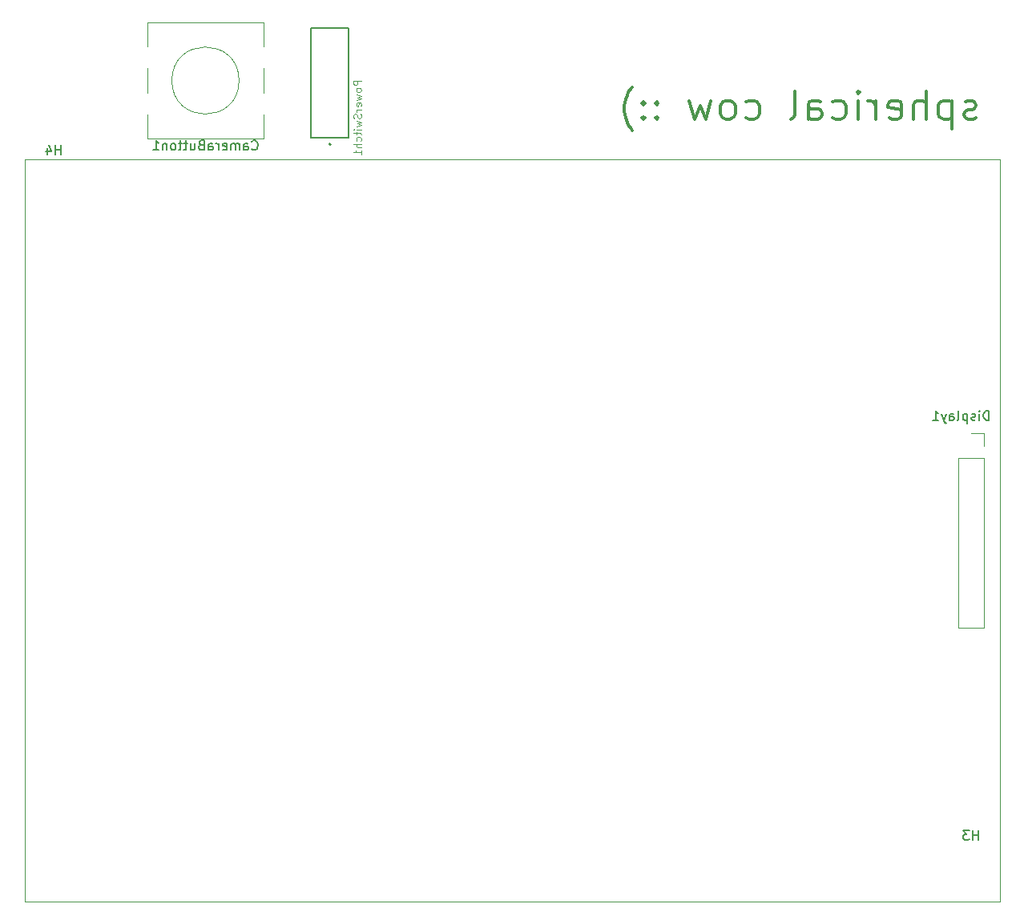
<source format=gbr>
%TF.GenerationSoftware,KiCad,Pcbnew,9.0.2*%
%TF.CreationDate,2025-07-02T14:38:08-04:00*%
%TF.ProjectId,PaperCam_Kicad,50617065-7243-4616-9d5f-4b696361642e,rev?*%
%TF.SameCoordinates,Original*%
%TF.FileFunction,Legend,Bot*%
%TF.FilePolarity,Positive*%
%FSLAX46Y46*%
G04 Gerber Fmt 4.6, Leading zero omitted, Abs format (unit mm)*
G04 Created by KiCad (PCBNEW 9.0.2) date 2025-07-02 14:38:08*
%MOMM*%
%LPD*%
G01*
G04 APERTURE LIST*
%ADD10C,0.100000*%
%ADD11C,0.375000*%
%ADD12C,0.150000*%
%ADD13C,0.127000*%
%ADD14C,0.200000*%
%ADD15C,0.120000*%
G04 APERTURE END LIST*
D10*
X3460219Y-15721437D02*
X106460219Y-15721437D01*
X106460219Y-94221437D01*
X3460219Y-94221437D01*
X3460219Y-15721437D01*
D11*
X103956861Y-11376750D02*
X103671147Y-11519607D01*
X103671147Y-11519607D02*
X103099718Y-11519607D01*
X103099718Y-11519607D02*
X102814004Y-11376750D01*
X102814004Y-11376750D02*
X102671147Y-11091035D01*
X102671147Y-11091035D02*
X102671147Y-10948178D01*
X102671147Y-10948178D02*
X102814004Y-10662464D01*
X102814004Y-10662464D02*
X103099718Y-10519607D01*
X103099718Y-10519607D02*
X103528290Y-10519607D01*
X103528290Y-10519607D02*
X103814004Y-10376750D01*
X103814004Y-10376750D02*
X103956861Y-10091035D01*
X103956861Y-10091035D02*
X103956861Y-9948178D01*
X103956861Y-9948178D02*
X103814004Y-9662464D01*
X103814004Y-9662464D02*
X103528290Y-9519607D01*
X103528290Y-9519607D02*
X103099718Y-9519607D01*
X103099718Y-9519607D02*
X102814004Y-9662464D01*
X101385433Y-9519607D02*
X101385433Y-12519607D01*
X101385433Y-9662464D02*
X101099719Y-9519607D01*
X101099719Y-9519607D02*
X100528290Y-9519607D01*
X100528290Y-9519607D02*
X100242576Y-9662464D01*
X100242576Y-9662464D02*
X100099719Y-9805321D01*
X100099719Y-9805321D02*
X99956861Y-10091035D01*
X99956861Y-10091035D02*
X99956861Y-10948178D01*
X99956861Y-10948178D02*
X100099719Y-11233892D01*
X100099719Y-11233892D02*
X100242576Y-11376750D01*
X100242576Y-11376750D02*
X100528290Y-11519607D01*
X100528290Y-11519607D02*
X101099719Y-11519607D01*
X101099719Y-11519607D02*
X101385433Y-11376750D01*
X98671147Y-11519607D02*
X98671147Y-8519607D01*
X97385433Y-11519607D02*
X97385433Y-9948178D01*
X97385433Y-9948178D02*
X97528290Y-9662464D01*
X97528290Y-9662464D02*
X97814004Y-9519607D01*
X97814004Y-9519607D02*
X98242575Y-9519607D01*
X98242575Y-9519607D02*
X98528290Y-9662464D01*
X98528290Y-9662464D02*
X98671147Y-9805321D01*
X94814004Y-11376750D02*
X95099718Y-11519607D01*
X95099718Y-11519607D02*
X95671147Y-11519607D01*
X95671147Y-11519607D02*
X95956861Y-11376750D01*
X95956861Y-11376750D02*
X96099718Y-11091035D01*
X96099718Y-11091035D02*
X96099718Y-9948178D01*
X96099718Y-9948178D02*
X95956861Y-9662464D01*
X95956861Y-9662464D02*
X95671147Y-9519607D01*
X95671147Y-9519607D02*
X95099718Y-9519607D01*
X95099718Y-9519607D02*
X94814004Y-9662464D01*
X94814004Y-9662464D02*
X94671147Y-9948178D01*
X94671147Y-9948178D02*
X94671147Y-10233892D01*
X94671147Y-10233892D02*
X96099718Y-10519607D01*
X93385432Y-11519607D02*
X93385432Y-9519607D01*
X93385432Y-10091035D02*
X93242575Y-9805321D01*
X93242575Y-9805321D02*
X93099718Y-9662464D01*
X93099718Y-9662464D02*
X92814003Y-9519607D01*
X92814003Y-9519607D02*
X92528289Y-9519607D01*
X91528289Y-11519607D02*
X91528289Y-9519607D01*
X91528289Y-8519607D02*
X91671146Y-8662464D01*
X91671146Y-8662464D02*
X91528289Y-8805321D01*
X91528289Y-8805321D02*
X91385432Y-8662464D01*
X91385432Y-8662464D02*
X91528289Y-8519607D01*
X91528289Y-8519607D02*
X91528289Y-8805321D01*
X88814004Y-11376750D02*
X89099718Y-11519607D01*
X89099718Y-11519607D02*
X89671146Y-11519607D01*
X89671146Y-11519607D02*
X89956861Y-11376750D01*
X89956861Y-11376750D02*
X90099718Y-11233892D01*
X90099718Y-11233892D02*
X90242575Y-10948178D01*
X90242575Y-10948178D02*
X90242575Y-10091035D01*
X90242575Y-10091035D02*
X90099718Y-9805321D01*
X90099718Y-9805321D02*
X89956861Y-9662464D01*
X89956861Y-9662464D02*
X89671146Y-9519607D01*
X89671146Y-9519607D02*
X89099718Y-9519607D01*
X89099718Y-9519607D02*
X88814004Y-9662464D01*
X86242575Y-11519607D02*
X86242575Y-9948178D01*
X86242575Y-9948178D02*
X86385432Y-9662464D01*
X86385432Y-9662464D02*
X86671146Y-9519607D01*
X86671146Y-9519607D02*
X87242575Y-9519607D01*
X87242575Y-9519607D02*
X87528289Y-9662464D01*
X86242575Y-11376750D02*
X86528289Y-11519607D01*
X86528289Y-11519607D02*
X87242575Y-11519607D01*
X87242575Y-11519607D02*
X87528289Y-11376750D01*
X87528289Y-11376750D02*
X87671146Y-11091035D01*
X87671146Y-11091035D02*
X87671146Y-10805321D01*
X87671146Y-10805321D02*
X87528289Y-10519607D01*
X87528289Y-10519607D02*
X87242575Y-10376750D01*
X87242575Y-10376750D02*
X86528289Y-10376750D01*
X86528289Y-10376750D02*
X86242575Y-10233892D01*
X84385431Y-11519607D02*
X84671146Y-11376750D01*
X84671146Y-11376750D02*
X84814003Y-11091035D01*
X84814003Y-11091035D02*
X84814003Y-8519607D01*
X79671146Y-11376750D02*
X79956860Y-11519607D01*
X79956860Y-11519607D02*
X80528288Y-11519607D01*
X80528288Y-11519607D02*
X80814003Y-11376750D01*
X80814003Y-11376750D02*
X80956860Y-11233892D01*
X80956860Y-11233892D02*
X81099717Y-10948178D01*
X81099717Y-10948178D02*
X81099717Y-10091035D01*
X81099717Y-10091035D02*
X80956860Y-9805321D01*
X80956860Y-9805321D02*
X80814003Y-9662464D01*
X80814003Y-9662464D02*
X80528288Y-9519607D01*
X80528288Y-9519607D02*
X79956860Y-9519607D01*
X79956860Y-9519607D02*
X79671146Y-9662464D01*
X77956859Y-11519607D02*
X78242574Y-11376750D01*
X78242574Y-11376750D02*
X78385431Y-11233892D01*
X78385431Y-11233892D02*
X78528288Y-10948178D01*
X78528288Y-10948178D02*
X78528288Y-10091035D01*
X78528288Y-10091035D02*
X78385431Y-9805321D01*
X78385431Y-9805321D02*
X78242574Y-9662464D01*
X78242574Y-9662464D02*
X77956859Y-9519607D01*
X77956859Y-9519607D02*
X77528288Y-9519607D01*
X77528288Y-9519607D02*
X77242574Y-9662464D01*
X77242574Y-9662464D02*
X77099717Y-9805321D01*
X77099717Y-9805321D02*
X76956859Y-10091035D01*
X76956859Y-10091035D02*
X76956859Y-10948178D01*
X76956859Y-10948178D02*
X77099717Y-11233892D01*
X77099717Y-11233892D02*
X77242574Y-11376750D01*
X77242574Y-11376750D02*
X77528288Y-11519607D01*
X77528288Y-11519607D02*
X77956859Y-11519607D01*
X75956859Y-9519607D02*
X75385431Y-11519607D01*
X75385431Y-11519607D02*
X74814002Y-10091035D01*
X74814002Y-10091035D02*
X74242573Y-11519607D01*
X74242573Y-11519607D02*
X73671145Y-9519607D01*
X70242574Y-11233892D02*
X70099717Y-11376750D01*
X70099717Y-11376750D02*
X70242574Y-11519607D01*
X70242574Y-11519607D02*
X70385431Y-11376750D01*
X70385431Y-11376750D02*
X70242574Y-11233892D01*
X70242574Y-11233892D02*
X70242574Y-11519607D01*
X70242574Y-9662464D02*
X70099717Y-9805321D01*
X70099717Y-9805321D02*
X70242574Y-9948178D01*
X70242574Y-9948178D02*
X70385431Y-9805321D01*
X70385431Y-9805321D02*
X70242574Y-9662464D01*
X70242574Y-9662464D02*
X70242574Y-9948178D01*
X68814003Y-11233892D02*
X68671146Y-11376750D01*
X68671146Y-11376750D02*
X68814003Y-11519607D01*
X68814003Y-11519607D02*
X68956860Y-11376750D01*
X68956860Y-11376750D02*
X68814003Y-11233892D01*
X68814003Y-11233892D02*
X68814003Y-11519607D01*
X68814003Y-9662464D02*
X68671146Y-9805321D01*
X68671146Y-9805321D02*
X68814003Y-9948178D01*
X68814003Y-9948178D02*
X68956860Y-9805321D01*
X68956860Y-9805321D02*
X68814003Y-9662464D01*
X68814003Y-9662464D02*
X68814003Y-9948178D01*
X67671146Y-12662464D02*
X67528289Y-12519607D01*
X67528289Y-12519607D02*
X67242575Y-12091035D01*
X67242575Y-12091035D02*
X67099718Y-11805321D01*
X67099718Y-11805321D02*
X66956860Y-11376750D01*
X66956860Y-11376750D02*
X66814003Y-10662464D01*
X66814003Y-10662464D02*
X66814003Y-10091035D01*
X66814003Y-10091035D02*
X66956860Y-9376750D01*
X66956860Y-9376750D02*
X67099718Y-8948178D01*
X67099718Y-8948178D02*
X67242575Y-8662464D01*
X67242575Y-8662464D02*
X67528289Y-8233892D01*
X67528289Y-8233892D02*
X67671146Y-8091035D01*
D12*
X104190052Y-87706840D02*
X104190052Y-86706840D01*
X104190052Y-87183030D02*
X103618624Y-87183030D01*
X103618624Y-87706840D02*
X103618624Y-86706840D01*
X103237671Y-86706840D02*
X102618624Y-86706840D01*
X102618624Y-86706840D02*
X102951957Y-87087792D01*
X102951957Y-87087792D02*
X102809100Y-87087792D01*
X102809100Y-87087792D02*
X102713862Y-87135411D01*
X102713862Y-87135411D02*
X102666243Y-87183030D01*
X102666243Y-87183030D02*
X102618624Y-87278268D01*
X102618624Y-87278268D02*
X102618624Y-87516363D01*
X102618624Y-87516363D02*
X102666243Y-87611601D01*
X102666243Y-87611601D02*
X102713862Y-87659221D01*
X102713862Y-87659221D02*
X102809100Y-87706840D01*
X102809100Y-87706840D02*
X103094814Y-87706840D01*
X103094814Y-87706840D02*
X103190052Y-87659221D01*
X103190052Y-87659221D02*
X103237671Y-87611601D01*
D10*
X39006040Y-7439591D02*
X38206040Y-7439591D01*
X38206040Y-7439591D02*
X38206040Y-7744353D01*
X38206040Y-7744353D02*
X38244135Y-7820543D01*
X38244135Y-7820543D02*
X38282230Y-7858638D01*
X38282230Y-7858638D02*
X38358421Y-7896734D01*
X38358421Y-7896734D02*
X38472706Y-7896734D01*
X38472706Y-7896734D02*
X38548897Y-7858638D01*
X38548897Y-7858638D02*
X38586992Y-7820543D01*
X38586992Y-7820543D02*
X38625087Y-7744353D01*
X38625087Y-7744353D02*
X38625087Y-7439591D01*
X39006040Y-8353876D02*
X38967945Y-8277686D01*
X38967945Y-8277686D02*
X38929849Y-8239591D01*
X38929849Y-8239591D02*
X38853659Y-8201495D01*
X38853659Y-8201495D02*
X38625087Y-8201495D01*
X38625087Y-8201495D02*
X38548897Y-8239591D01*
X38548897Y-8239591D02*
X38510802Y-8277686D01*
X38510802Y-8277686D02*
X38472706Y-8353876D01*
X38472706Y-8353876D02*
X38472706Y-8468162D01*
X38472706Y-8468162D02*
X38510802Y-8544353D01*
X38510802Y-8544353D02*
X38548897Y-8582448D01*
X38548897Y-8582448D02*
X38625087Y-8620543D01*
X38625087Y-8620543D02*
X38853659Y-8620543D01*
X38853659Y-8620543D02*
X38929849Y-8582448D01*
X38929849Y-8582448D02*
X38967945Y-8544353D01*
X38967945Y-8544353D02*
X39006040Y-8468162D01*
X39006040Y-8468162D02*
X39006040Y-8353876D01*
X38472706Y-8887210D02*
X39006040Y-9039591D01*
X39006040Y-9039591D02*
X38625087Y-9191972D01*
X38625087Y-9191972D02*
X39006040Y-9344353D01*
X39006040Y-9344353D02*
X38472706Y-9496734D01*
X38967945Y-10106258D02*
X39006040Y-10030067D01*
X39006040Y-10030067D02*
X39006040Y-9877686D01*
X39006040Y-9877686D02*
X38967945Y-9801496D01*
X38967945Y-9801496D02*
X38891754Y-9763400D01*
X38891754Y-9763400D02*
X38586992Y-9763400D01*
X38586992Y-9763400D02*
X38510802Y-9801496D01*
X38510802Y-9801496D02*
X38472706Y-9877686D01*
X38472706Y-9877686D02*
X38472706Y-10030067D01*
X38472706Y-10030067D02*
X38510802Y-10106258D01*
X38510802Y-10106258D02*
X38586992Y-10144353D01*
X38586992Y-10144353D02*
X38663183Y-10144353D01*
X38663183Y-10144353D02*
X38739373Y-9763400D01*
X39006040Y-10487210D02*
X38472706Y-10487210D01*
X38625087Y-10487210D02*
X38548897Y-10525305D01*
X38548897Y-10525305D02*
X38510802Y-10563400D01*
X38510802Y-10563400D02*
X38472706Y-10639591D01*
X38472706Y-10639591D02*
X38472706Y-10715781D01*
X38967945Y-10944352D02*
X39006040Y-11058638D01*
X39006040Y-11058638D02*
X39006040Y-11249114D01*
X39006040Y-11249114D02*
X38967945Y-11325305D01*
X38967945Y-11325305D02*
X38929849Y-11363400D01*
X38929849Y-11363400D02*
X38853659Y-11401495D01*
X38853659Y-11401495D02*
X38777468Y-11401495D01*
X38777468Y-11401495D02*
X38701278Y-11363400D01*
X38701278Y-11363400D02*
X38663183Y-11325305D01*
X38663183Y-11325305D02*
X38625087Y-11249114D01*
X38625087Y-11249114D02*
X38586992Y-11096733D01*
X38586992Y-11096733D02*
X38548897Y-11020543D01*
X38548897Y-11020543D02*
X38510802Y-10982448D01*
X38510802Y-10982448D02*
X38434611Y-10944352D01*
X38434611Y-10944352D02*
X38358421Y-10944352D01*
X38358421Y-10944352D02*
X38282230Y-10982448D01*
X38282230Y-10982448D02*
X38244135Y-11020543D01*
X38244135Y-11020543D02*
X38206040Y-11096733D01*
X38206040Y-11096733D02*
X38206040Y-11287210D01*
X38206040Y-11287210D02*
X38244135Y-11401495D01*
X38472706Y-11668162D02*
X39006040Y-11820543D01*
X39006040Y-11820543D02*
X38625087Y-11972924D01*
X38625087Y-11972924D02*
X39006040Y-12125305D01*
X39006040Y-12125305D02*
X38472706Y-12277686D01*
X39006040Y-12582448D02*
X38472706Y-12582448D01*
X38206040Y-12582448D02*
X38244135Y-12544352D01*
X38244135Y-12544352D02*
X38282230Y-12582448D01*
X38282230Y-12582448D02*
X38244135Y-12620543D01*
X38244135Y-12620543D02*
X38206040Y-12582448D01*
X38206040Y-12582448D02*
X38282230Y-12582448D01*
X38472706Y-12849114D02*
X38472706Y-13153876D01*
X38206040Y-12963400D02*
X38891754Y-12963400D01*
X38891754Y-12963400D02*
X38967945Y-13001495D01*
X38967945Y-13001495D02*
X39006040Y-13077685D01*
X39006040Y-13077685D02*
X39006040Y-13153876D01*
X38967945Y-13763400D02*
X39006040Y-13687209D01*
X39006040Y-13687209D02*
X39006040Y-13534828D01*
X39006040Y-13534828D02*
X38967945Y-13458638D01*
X38967945Y-13458638D02*
X38929849Y-13420543D01*
X38929849Y-13420543D02*
X38853659Y-13382447D01*
X38853659Y-13382447D02*
X38625087Y-13382447D01*
X38625087Y-13382447D02*
X38548897Y-13420543D01*
X38548897Y-13420543D02*
X38510802Y-13458638D01*
X38510802Y-13458638D02*
X38472706Y-13534828D01*
X38472706Y-13534828D02*
X38472706Y-13687209D01*
X38472706Y-13687209D02*
X38510802Y-13763400D01*
X39006040Y-14106257D02*
X38206040Y-14106257D01*
X39006040Y-14449114D02*
X38586992Y-14449114D01*
X38586992Y-14449114D02*
X38510802Y-14411019D01*
X38510802Y-14411019D02*
X38472706Y-14334828D01*
X38472706Y-14334828D02*
X38472706Y-14220542D01*
X38472706Y-14220542D02*
X38510802Y-14144352D01*
X38510802Y-14144352D02*
X38548897Y-14106257D01*
X39006040Y-15249114D02*
X39006040Y-14791971D01*
X39006040Y-15020543D02*
X38206040Y-15020543D01*
X38206040Y-15020543D02*
X38320325Y-14944352D01*
X38320325Y-14944352D02*
X38396516Y-14868162D01*
X38396516Y-14868162D02*
X38434611Y-14791971D01*
D12*
X105322321Y-43317319D02*
X105322321Y-42317319D01*
X105322321Y-42317319D02*
X105084226Y-42317319D01*
X105084226Y-42317319D02*
X104941369Y-42364938D01*
X104941369Y-42364938D02*
X104846131Y-42460176D01*
X104846131Y-42460176D02*
X104798512Y-42555414D01*
X104798512Y-42555414D02*
X104750893Y-42745890D01*
X104750893Y-42745890D02*
X104750893Y-42888747D01*
X104750893Y-42888747D02*
X104798512Y-43079223D01*
X104798512Y-43079223D02*
X104846131Y-43174461D01*
X104846131Y-43174461D02*
X104941369Y-43269700D01*
X104941369Y-43269700D02*
X105084226Y-43317319D01*
X105084226Y-43317319D02*
X105322321Y-43317319D01*
X104322321Y-43317319D02*
X104322321Y-42650652D01*
X104322321Y-42317319D02*
X104369940Y-42364938D01*
X104369940Y-42364938D02*
X104322321Y-42412557D01*
X104322321Y-42412557D02*
X104274702Y-42364938D01*
X104274702Y-42364938D02*
X104322321Y-42317319D01*
X104322321Y-42317319D02*
X104322321Y-42412557D01*
X103893750Y-43269700D02*
X103798512Y-43317319D01*
X103798512Y-43317319D02*
X103608036Y-43317319D01*
X103608036Y-43317319D02*
X103512798Y-43269700D01*
X103512798Y-43269700D02*
X103465179Y-43174461D01*
X103465179Y-43174461D02*
X103465179Y-43126842D01*
X103465179Y-43126842D02*
X103512798Y-43031604D01*
X103512798Y-43031604D02*
X103608036Y-42983985D01*
X103608036Y-42983985D02*
X103750893Y-42983985D01*
X103750893Y-42983985D02*
X103846131Y-42936366D01*
X103846131Y-42936366D02*
X103893750Y-42841128D01*
X103893750Y-42841128D02*
X103893750Y-42793509D01*
X103893750Y-42793509D02*
X103846131Y-42698271D01*
X103846131Y-42698271D02*
X103750893Y-42650652D01*
X103750893Y-42650652D02*
X103608036Y-42650652D01*
X103608036Y-42650652D02*
X103512798Y-42698271D01*
X103036607Y-42650652D02*
X103036607Y-43650652D01*
X103036607Y-42698271D02*
X102941369Y-42650652D01*
X102941369Y-42650652D02*
X102750893Y-42650652D01*
X102750893Y-42650652D02*
X102655655Y-42698271D01*
X102655655Y-42698271D02*
X102608036Y-42745890D01*
X102608036Y-42745890D02*
X102560417Y-42841128D01*
X102560417Y-42841128D02*
X102560417Y-43126842D01*
X102560417Y-43126842D02*
X102608036Y-43222080D01*
X102608036Y-43222080D02*
X102655655Y-43269700D01*
X102655655Y-43269700D02*
X102750893Y-43317319D01*
X102750893Y-43317319D02*
X102941369Y-43317319D01*
X102941369Y-43317319D02*
X103036607Y-43269700D01*
X101988988Y-43317319D02*
X102084226Y-43269700D01*
X102084226Y-43269700D02*
X102131845Y-43174461D01*
X102131845Y-43174461D02*
X102131845Y-42317319D01*
X101179464Y-43317319D02*
X101179464Y-42793509D01*
X101179464Y-42793509D02*
X101227083Y-42698271D01*
X101227083Y-42698271D02*
X101322321Y-42650652D01*
X101322321Y-42650652D02*
X101512797Y-42650652D01*
X101512797Y-42650652D02*
X101608035Y-42698271D01*
X101179464Y-43269700D02*
X101274702Y-43317319D01*
X101274702Y-43317319D02*
X101512797Y-43317319D01*
X101512797Y-43317319D02*
X101608035Y-43269700D01*
X101608035Y-43269700D02*
X101655654Y-43174461D01*
X101655654Y-43174461D02*
X101655654Y-43079223D01*
X101655654Y-43079223D02*
X101608035Y-42983985D01*
X101608035Y-42983985D02*
X101512797Y-42936366D01*
X101512797Y-42936366D02*
X101274702Y-42936366D01*
X101274702Y-42936366D02*
X101179464Y-42888747D01*
X100798511Y-42650652D02*
X100560416Y-43317319D01*
X100322321Y-42650652D02*
X100560416Y-43317319D01*
X100560416Y-43317319D02*
X100655654Y-43555414D01*
X100655654Y-43555414D02*
X100703273Y-43603033D01*
X100703273Y-43603033D02*
X100798511Y-43650652D01*
X99417559Y-43317319D02*
X99988987Y-43317319D01*
X99703273Y-43317319D02*
X99703273Y-42317319D01*
X99703273Y-42317319D02*
X99798511Y-42460176D01*
X99798511Y-42460176D02*
X99893749Y-42555414D01*
X99893749Y-42555414D02*
X99988987Y-42603033D01*
X27446590Y-14647080D02*
X27494209Y-14694700D01*
X27494209Y-14694700D02*
X27637066Y-14742319D01*
X27637066Y-14742319D02*
X27732304Y-14742319D01*
X27732304Y-14742319D02*
X27875161Y-14694700D01*
X27875161Y-14694700D02*
X27970399Y-14599461D01*
X27970399Y-14599461D02*
X28018018Y-14504223D01*
X28018018Y-14504223D02*
X28065637Y-14313747D01*
X28065637Y-14313747D02*
X28065637Y-14170890D01*
X28065637Y-14170890D02*
X28018018Y-13980414D01*
X28018018Y-13980414D02*
X27970399Y-13885176D01*
X27970399Y-13885176D02*
X27875161Y-13789938D01*
X27875161Y-13789938D02*
X27732304Y-13742319D01*
X27732304Y-13742319D02*
X27637066Y-13742319D01*
X27637066Y-13742319D02*
X27494209Y-13789938D01*
X27494209Y-13789938D02*
X27446590Y-13837557D01*
X26589447Y-14742319D02*
X26589447Y-14218509D01*
X26589447Y-14218509D02*
X26637066Y-14123271D01*
X26637066Y-14123271D02*
X26732304Y-14075652D01*
X26732304Y-14075652D02*
X26922780Y-14075652D01*
X26922780Y-14075652D02*
X27018018Y-14123271D01*
X26589447Y-14694700D02*
X26684685Y-14742319D01*
X26684685Y-14742319D02*
X26922780Y-14742319D01*
X26922780Y-14742319D02*
X27018018Y-14694700D01*
X27018018Y-14694700D02*
X27065637Y-14599461D01*
X27065637Y-14599461D02*
X27065637Y-14504223D01*
X27065637Y-14504223D02*
X27018018Y-14408985D01*
X27018018Y-14408985D02*
X26922780Y-14361366D01*
X26922780Y-14361366D02*
X26684685Y-14361366D01*
X26684685Y-14361366D02*
X26589447Y-14313747D01*
X26113256Y-14742319D02*
X26113256Y-14075652D01*
X26113256Y-14170890D02*
X26065637Y-14123271D01*
X26065637Y-14123271D02*
X25970399Y-14075652D01*
X25970399Y-14075652D02*
X25827542Y-14075652D01*
X25827542Y-14075652D02*
X25732304Y-14123271D01*
X25732304Y-14123271D02*
X25684685Y-14218509D01*
X25684685Y-14218509D02*
X25684685Y-14742319D01*
X25684685Y-14218509D02*
X25637066Y-14123271D01*
X25637066Y-14123271D02*
X25541828Y-14075652D01*
X25541828Y-14075652D02*
X25398971Y-14075652D01*
X25398971Y-14075652D02*
X25303732Y-14123271D01*
X25303732Y-14123271D02*
X25256113Y-14218509D01*
X25256113Y-14218509D02*
X25256113Y-14742319D01*
X24398971Y-14694700D02*
X24494209Y-14742319D01*
X24494209Y-14742319D02*
X24684685Y-14742319D01*
X24684685Y-14742319D02*
X24779923Y-14694700D01*
X24779923Y-14694700D02*
X24827542Y-14599461D01*
X24827542Y-14599461D02*
X24827542Y-14218509D01*
X24827542Y-14218509D02*
X24779923Y-14123271D01*
X24779923Y-14123271D02*
X24684685Y-14075652D01*
X24684685Y-14075652D02*
X24494209Y-14075652D01*
X24494209Y-14075652D02*
X24398971Y-14123271D01*
X24398971Y-14123271D02*
X24351352Y-14218509D01*
X24351352Y-14218509D02*
X24351352Y-14313747D01*
X24351352Y-14313747D02*
X24827542Y-14408985D01*
X23922780Y-14742319D02*
X23922780Y-14075652D01*
X23922780Y-14266128D02*
X23875161Y-14170890D01*
X23875161Y-14170890D02*
X23827542Y-14123271D01*
X23827542Y-14123271D02*
X23732304Y-14075652D01*
X23732304Y-14075652D02*
X23637066Y-14075652D01*
X22875161Y-14742319D02*
X22875161Y-14218509D01*
X22875161Y-14218509D02*
X22922780Y-14123271D01*
X22922780Y-14123271D02*
X23018018Y-14075652D01*
X23018018Y-14075652D02*
X23208494Y-14075652D01*
X23208494Y-14075652D02*
X23303732Y-14123271D01*
X22875161Y-14694700D02*
X22970399Y-14742319D01*
X22970399Y-14742319D02*
X23208494Y-14742319D01*
X23208494Y-14742319D02*
X23303732Y-14694700D01*
X23303732Y-14694700D02*
X23351351Y-14599461D01*
X23351351Y-14599461D02*
X23351351Y-14504223D01*
X23351351Y-14504223D02*
X23303732Y-14408985D01*
X23303732Y-14408985D02*
X23208494Y-14361366D01*
X23208494Y-14361366D02*
X22970399Y-14361366D01*
X22970399Y-14361366D02*
X22875161Y-14313747D01*
X22065637Y-14218509D02*
X21922780Y-14266128D01*
X21922780Y-14266128D02*
X21875161Y-14313747D01*
X21875161Y-14313747D02*
X21827542Y-14408985D01*
X21827542Y-14408985D02*
X21827542Y-14551842D01*
X21827542Y-14551842D02*
X21875161Y-14647080D01*
X21875161Y-14647080D02*
X21922780Y-14694700D01*
X21922780Y-14694700D02*
X22018018Y-14742319D01*
X22018018Y-14742319D02*
X22398970Y-14742319D01*
X22398970Y-14742319D02*
X22398970Y-13742319D01*
X22398970Y-13742319D02*
X22065637Y-13742319D01*
X22065637Y-13742319D02*
X21970399Y-13789938D01*
X21970399Y-13789938D02*
X21922780Y-13837557D01*
X21922780Y-13837557D02*
X21875161Y-13932795D01*
X21875161Y-13932795D02*
X21875161Y-14028033D01*
X21875161Y-14028033D02*
X21922780Y-14123271D01*
X21922780Y-14123271D02*
X21970399Y-14170890D01*
X21970399Y-14170890D02*
X22065637Y-14218509D01*
X22065637Y-14218509D02*
X22398970Y-14218509D01*
X20970399Y-14075652D02*
X20970399Y-14742319D01*
X21398970Y-14075652D02*
X21398970Y-14599461D01*
X21398970Y-14599461D02*
X21351351Y-14694700D01*
X21351351Y-14694700D02*
X21256113Y-14742319D01*
X21256113Y-14742319D02*
X21113256Y-14742319D01*
X21113256Y-14742319D02*
X21018018Y-14694700D01*
X21018018Y-14694700D02*
X20970399Y-14647080D01*
X20637065Y-14075652D02*
X20256113Y-14075652D01*
X20494208Y-13742319D02*
X20494208Y-14599461D01*
X20494208Y-14599461D02*
X20446589Y-14694700D01*
X20446589Y-14694700D02*
X20351351Y-14742319D01*
X20351351Y-14742319D02*
X20256113Y-14742319D01*
X20065636Y-14075652D02*
X19684684Y-14075652D01*
X19922779Y-13742319D02*
X19922779Y-14599461D01*
X19922779Y-14599461D02*
X19875160Y-14694700D01*
X19875160Y-14694700D02*
X19779922Y-14742319D01*
X19779922Y-14742319D02*
X19684684Y-14742319D01*
X19208493Y-14742319D02*
X19303731Y-14694700D01*
X19303731Y-14694700D02*
X19351350Y-14647080D01*
X19351350Y-14647080D02*
X19398969Y-14551842D01*
X19398969Y-14551842D02*
X19398969Y-14266128D01*
X19398969Y-14266128D02*
X19351350Y-14170890D01*
X19351350Y-14170890D02*
X19303731Y-14123271D01*
X19303731Y-14123271D02*
X19208493Y-14075652D01*
X19208493Y-14075652D02*
X19065636Y-14075652D01*
X19065636Y-14075652D02*
X18970398Y-14123271D01*
X18970398Y-14123271D02*
X18922779Y-14170890D01*
X18922779Y-14170890D02*
X18875160Y-14266128D01*
X18875160Y-14266128D02*
X18875160Y-14551842D01*
X18875160Y-14551842D02*
X18922779Y-14647080D01*
X18922779Y-14647080D02*
X18970398Y-14694700D01*
X18970398Y-14694700D02*
X19065636Y-14742319D01*
X19065636Y-14742319D02*
X19208493Y-14742319D01*
X18446588Y-14075652D02*
X18446588Y-14742319D01*
X18446588Y-14170890D02*
X18398969Y-14123271D01*
X18398969Y-14123271D02*
X18303731Y-14075652D01*
X18303731Y-14075652D02*
X18160874Y-14075652D01*
X18160874Y-14075652D02*
X18065636Y-14123271D01*
X18065636Y-14123271D02*
X18018017Y-14218509D01*
X18018017Y-14218509D02*
X18018017Y-14742319D01*
X17018017Y-14742319D02*
X17589445Y-14742319D01*
X17303731Y-14742319D02*
X17303731Y-13742319D01*
X17303731Y-13742319D02*
X17398969Y-13885176D01*
X17398969Y-13885176D02*
X17494207Y-13980414D01*
X17494207Y-13980414D02*
X17589445Y-14028033D01*
X7264655Y-15244658D02*
X7264655Y-14244658D01*
X7264655Y-14720848D02*
X6693227Y-14720848D01*
X6693227Y-15244658D02*
X6693227Y-14244658D01*
X5788465Y-14577991D02*
X5788465Y-15244658D01*
X6026560Y-14197039D02*
X6264655Y-14911324D01*
X6264655Y-14911324D02*
X5645608Y-14911324D01*
D13*
%TO.C,PowerSwitch1*%
X33694745Y-1842305D02*
X37694745Y-1842305D01*
X33694745Y-13442305D02*
X33694745Y-1842305D01*
X37694745Y-1842305D02*
X37694745Y-13442305D01*
X37694745Y-13442305D02*
X33694745Y-13442305D01*
D14*
X35794745Y-14142305D02*
G75*
G02*
X35594745Y-14142305I-100000J0D01*
G01*
X35594745Y-14142305D02*
G75*
G02*
X35794745Y-14142305I100000J0D01*
G01*
D15*
%TO.C,Display1*%
X102080219Y-47341437D02*
X102080219Y-65231437D01*
X104840219Y-44691437D02*
X103460219Y-44691437D01*
X104840219Y-46071437D02*
X104840219Y-44691437D01*
X104840219Y-47341437D02*
X102080219Y-47341437D01*
X104840219Y-47341437D02*
X104840219Y-65231437D01*
X104840219Y-65231437D02*
X102080219Y-65231437D01*
%TO.C,CameraButton1*%
X16431828Y-1298870D02*
X16431828Y-3808870D01*
X16431828Y-6108870D02*
X16431828Y-8708870D01*
X16431828Y-11008870D02*
X16431828Y-13518870D01*
X16431828Y-13518870D02*
X28651828Y-13518870D01*
X28651828Y-1298870D02*
X16431828Y-1298870D01*
X28651828Y-1298870D02*
X28651828Y-3808870D01*
X28651828Y-6108870D02*
X28651828Y-8708870D01*
X28651828Y-11008870D02*
X28651828Y-13518870D01*
X26091828Y-7408870D02*
G75*
G02*
X18991828Y-7408870I-3550000J0D01*
G01*
X18991828Y-7408870D02*
G75*
G02*
X26091828Y-7408870I3550000J0D01*
G01*
%TD*%
M02*

</source>
